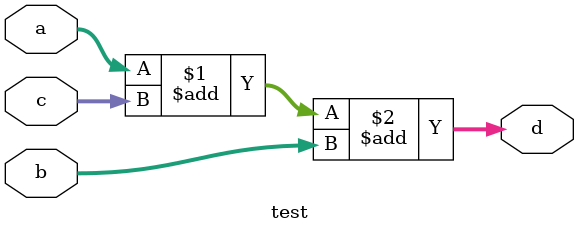
<source format=v>
`timescale 1ns / 1ps

module test(
    input  wire [3:0] a,
    input  wire [3:0] b,
    input  wire [4:0] c,

    output wire [5:0] d
);

assign d = a+c+b;

endmodule

</source>
